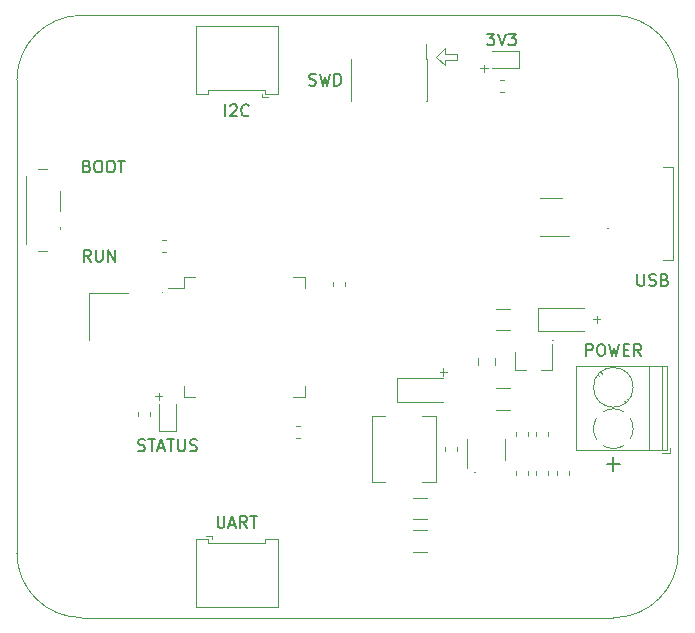
<source format=gbr>
%TF.GenerationSoftware,KiCad,Pcbnew,5.1.10-88a1d61d58~90~ubuntu21.04.1*%
%TF.CreationDate,2021-07-25T10:33:28+05:30*%
%TF.ProjectId,_autosave-STM tinker,5f617574-6f73-4617-9665-2d53544d2074,rev?*%
%TF.SameCoordinates,Original*%
%TF.FileFunction,Legend,Top*%
%TF.FilePolarity,Positive*%
%FSLAX46Y46*%
G04 Gerber Fmt 4.6, Leading zero omitted, Abs format (unit mm)*
G04 Created by KiCad (PCBNEW 5.1.10-88a1d61d58~90~ubuntu21.04.1) date 2021-07-25 10:33:28*
%MOMM*%
%LPD*%
G01*
G04 APERTURE LIST*
%ADD10C,0.150000*%
%ADD11C,0.100000*%
%ADD12C,0.120000*%
%TA.AperFunction,Profile*%
%ADD13C,0.050000*%
%TD*%
G04 APERTURE END LIST*
D10*
X37011904Y-56352380D02*
X36678571Y-55876190D01*
X36440476Y-56352380D02*
X36440476Y-55352380D01*
X36821428Y-55352380D01*
X36916666Y-55400000D01*
X36964285Y-55447619D01*
X37011904Y-55542857D01*
X37011904Y-55685714D01*
X36964285Y-55780952D01*
X36916666Y-55828571D01*
X36821428Y-55876190D01*
X36440476Y-55876190D01*
X37440476Y-55352380D02*
X37440476Y-56161904D01*
X37488095Y-56257142D01*
X37535714Y-56304761D01*
X37630952Y-56352380D01*
X37821428Y-56352380D01*
X37916666Y-56304761D01*
X37964285Y-56257142D01*
X38011904Y-56161904D01*
X38011904Y-55352380D01*
X38488095Y-56352380D02*
X38488095Y-55352380D01*
X39059523Y-56352380D01*
X39059523Y-55352380D01*
D11*
X69995238Y-40007142D02*
X70604761Y-40007142D01*
X70300000Y-40311904D02*
X70300000Y-39702380D01*
X42445238Y-67757142D02*
X43054761Y-67757142D01*
X42750000Y-68061904D02*
X42750000Y-67452380D01*
D10*
X80678571Y-73507142D02*
X81821428Y-73507142D01*
X81250000Y-74078571D02*
X81250000Y-72935714D01*
D11*
X66545238Y-65707142D02*
X67154761Y-65707142D01*
X66850000Y-66011904D02*
X66850000Y-65402380D01*
X79545238Y-61257142D02*
X80154761Y-61257142D01*
X79850000Y-61561904D02*
X79850000Y-60952380D01*
D12*
X67000000Y-39750000D02*
X66250000Y-39000000D01*
X67000000Y-39250000D02*
X67000000Y-39750000D01*
X68000000Y-39250000D02*
X67000000Y-39250000D01*
X68000000Y-38750000D02*
X68000000Y-39250000D01*
X67000000Y-38750000D02*
X68000000Y-38750000D01*
X67000000Y-38250000D02*
X67000000Y-38750000D01*
X66250000Y-39000000D02*
X67000000Y-38250000D01*
X78010355Y-53500000D02*
G75*
G03*
X78010355Y-53500000I-35355J0D01*
G01*
X76155902Y-63025000D02*
G75*
G03*
X76155902Y-63025000I-55902J0D01*
G01*
X69580902Y-74175000D02*
G75*
G03*
X69580902Y-74175000I-55902J0D01*
G01*
X43080902Y-59000000D02*
G75*
G03*
X43080902Y-59000000I-55902J0D01*
G01*
D10*
X41023809Y-72354761D02*
X41166666Y-72402380D01*
X41404761Y-72402380D01*
X41500000Y-72354761D01*
X41547619Y-72307142D01*
X41595238Y-72211904D01*
X41595238Y-72116666D01*
X41547619Y-72021428D01*
X41500000Y-71973809D01*
X41404761Y-71926190D01*
X41214285Y-71878571D01*
X41119047Y-71830952D01*
X41071428Y-71783333D01*
X41023809Y-71688095D01*
X41023809Y-71592857D01*
X41071428Y-71497619D01*
X41119047Y-71450000D01*
X41214285Y-71402380D01*
X41452380Y-71402380D01*
X41595238Y-71450000D01*
X41880952Y-71402380D02*
X42452380Y-71402380D01*
X42166666Y-72402380D02*
X42166666Y-71402380D01*
X42738095Y-72116666D02*
X43214285Y-72116666D01*
X42642857Y-72402380D02*
X42976190Y-71402380D01*
X43309523Y-72402380D01*
X43500000Y-71402380D02*
X44071428Y-71402380D01*
X43785714Y-72402380D02*
X43785714Y-71402380D01*
X44404761Y-71402380D02*
X44404761Y-72211904D01*
X44452380Y-72307142D01*
X44500000Y-72354761D01*
X44595238Y-72402380D01*
X44785714Y-72402380D01*
X44880952Y-72354761D01*
X44928571Y-72307142D01*
X44976190Y-72211904D01*
X44976190Y-71402380D01*
X45404761Y-72354761D02*
X45547619Y-72402380D01*
X45785714Y-72402380D01*
X45880952Y-72354761D01*
X45928571Y-72307142D01*
X45976190Y-72211904D01*
X45976190Y-72116666D01*
X45928571Y-72021428D01*
X45880952Y-71973809D01*
X45785714Y-71926190D01*
X45595238Y-71878571D01*
X45500000Y-71830952D01*
X45452380Y-71783333D01*
X45404761Y-71688095D01*
X45404761Y-71592857D01*
X45452380Y-71497619D01*
X45500000Y-71450000D01*
X45595238Y-71402380D01*
X45833333Y-71402380D01*
X45976190Y-71450000D01*
X70561904Y-37052380D02*
X71180952Y-37052380D01*
X70847619Y-37433333D01*
X70990476Y-37433333D01*
X71085714Y-37480952D01*
X71133333Y-37528571D01*
X71180952Y-37623809D01*
X71180952Y-37861904D01*
X71133333Y-37957142D01*
X71085714Y-38004761D01*
X70990476Y-38052380D01*
X70704761Y-38052380D01*
X70609523Y-38004761D01*
X70561904Y-37957142D01*
X71466666Y-37052380D02*
X71800000Y-38052380D01*
X72133333Y-37052380D01*
X72371428Y-37052380D02*
X72990476Y-37052380D01*
X72657142Y-37433333D01*
X72800000Y-37433333D01*
X72895238Y-37480952D01*
X72942857Y-37528571D01*
X72990476Y-37623809D01*
X72990476Y-37861904D01*
X72942857Y-37957142D01*
X72895238Y-38004761D01*
X72800000Y-38052380D01*
X72514285Y-38052380D01*
X72419047Y-38004761D01*
X72371428Y-37957142D01*
X55492857Y-41404761D02*
X55635714Y-41452380D01*
X55873809Y-41452380D01*
X55969047Y-41404761D01*
X56016666Y-41357142D01*
X56064285Y-41261904D01*
X56064285Y-41166666D01*
X56016666Y-41071428D01*
X55969047Y-41023809D01*
X55873809Y-40976190D01*
X55683333Y-40928571D01*
X55588095Y-40880952D01*
X55540476Y-40833333D01*
X55492857Y-40738095D01*
X55492857Y-40642857D01*
X55540476Y-40547619D01*
X55588095Y-40500000D01*
X55683333Y-40452380D01*
X55921428Y-40452380D01*
X56064285Y-40500000D01*
X56397619Y-40452380D02*
X56635714Y-41452380D01*
X56826190Y-40738095D01*
X57016666Y-41452380D01*
X57254761Y-40452380D01*
X57635714Y-41452380D02*
X57635714Y-40452380D01*
X57873809Y-40452380D01*
X58016666Y-40500000D01*
X58111904Y-40595238D01*
X58159523Y-40690476D01*
X58207142Y-40880952D01*
X58207142Y-41023809D01*
X58159523Y-41214285D01*
X58111904Y-41309523D01*
X58016666Y-41404761D01*
X57873809Y-41452380D01*
X57635714Y-41452380D01*
X36692857Y-48278571D02*
X36835714Y-48326190D01*
X36883333Y-48373809D01*
X36930952Y-48469047D01*
X36930952Y-48611904D01*
X36883333Y-48707142D01*
X36835714Y-48754761D01*
X36740476Y-48802380D01*
X36359523Y-48802380D01*
X36359523Y-47802380D01*
X36692857Y-47802380D01*
X36788095Y-47850000D01*
X36835714Y-47897619D01*
X36883333Y-47992857D01*
X36883333Y-48088095D01*
X36835714Y-48183333D01*
X36788095Y-48230952D01*
X36692857Y-48278571D01*
X36359523Y-48278571D01*
X37550000Y-47802380D02*
X37740476Y-47802380D01*
X37835714Y-47850000D01*
X37930952Y-47945238D01*
X37978571Y-48135714D01*
X37978571Y-48469047D01*
X37930952Y-48659523D01*
X37835714Y-48754761D01*
X37740476Y-48802380D01*
X37550000Y-48802380D01*
X37454761Y-48754761D01*
X37359523Y-48659523D01*
X37311904Y-48469047D01*
X37311904Y-48135714D01*
X37359523Y-47945238D01*
X37454761Y-47850000D01*
X37550000Y-47802380D01*
X38597619Y-47802380D02*
X38788095Y-47802380D01*
X38883333Y-47850000D01*
X38978571Y-47945238D01*
X39026190Y-48135714D01*
X39026190Y-48469047D01*
X38978571Y-48659523D01*
X38883333Y-48754761D01*
X38788095Y-48802380D01*
X38597619Y-48802380D01*
X38502380Y-48754761D01*
X38407142Y-48659523D01*
X38359523Y-48469047D01*
X38359523Y-48135714D01*
X38407142Y-47945238D01*
X38502380Y-47850000D01*
X38597619Y-47802380D01*
X39311904Y-47802380D02*
X39883333Y-47802380D01*
X39597619Y-48802380D02*
X39597619Y-47802380D01*
X78940476Y-64352380D02*
X78940476Y-63352380D01*
X79321428Y-63352380D01*
X79416666Y-63400000D01*
X79464285Y-63447619D01*
X79511904Y-63542857D01*
X79511904Y-63685714D01*
X79464285Y-63780952D01*
X79416666Y-63828571D01*
X79321428Y-63876190D01*
X78940476Y-63876190D01*
X80130952Y-63352380D02*
X80321428Y-63352380D01*
X80416666Y-63400000D01*
X80511904Y-63495238D01*
X80559523Y-63685714D01*
X80559523Y-64019047D01*
X80511904Y-64209523D01*
X80416666Y-64304761D01*
X80321428Y-64352380D01*
X80130952Y-64352380D01*
X80035714Y-64304761D01*
X79940476Y-64209523D01*
X79892857Y-64019047D01*
X79892857Y-63685714D01*
X79940476Y-63495238D01*
X80035714Y-63400000D01*
X80130952Y-63352380D01*
X80892857Y-63352380D02*
X81130952Y-64352380D01*
X81321428Y-63638095D01*
X81511904Y-64352380D01*
X81750000Y-63352380D01*
X82130952Y-63828571D02*
X82464285Y-63828571D01*
X82607142Y-64352380D02*
X82130952Y-64352380D01*
X82130952Y-63352380D01*
X82607142Y-63352380D01*
X83607142Y-64352380D02*
X83273809Y-63876190D01*
X83035714Y-64352380D02*
X83035714Y-63352380D01*
X83416666Y-63352380D01*
X83511904Y-63400000D01*
X83559523Y-63447619D01*
X83607142Y-63542857D01*
X83607142Y-63685714D01*
X83559523Y-63780952D01*
X83511904Y-63828571D01*
X83416666Y-63876190D01*
X83035714Y-63876190D01*
X83288095Y-57402380D02*
X83288095Y-58211904D01*
X83335714Y-58307142D01*
X83383333Y-58354761D01*
X83478571Y-58402380D01*
X83669047Y-58402380D01*
X83764285Y-58354761D01*
X83811904Y-58307142D01*
X83859523Y-58211904D01*
X83859523Y-57402380D01*
X84288095Y-58354761D02*
X84430952Y-58402380D01*
X84669047Y-58402380D01*
X84764285Y-58354761D01*
X84811904Y-58307142D01*
X84859523Y-58211904D01*
X84859523Y-58116666D01*
X84811904Y-58021428D01*
X84764285Y-57973809D01*
X84669047Y-57926190D01*
X84478571Y-57878571D01*
X84383333Y-57830952D01*
X84335714Y-57783333D01*
X84288095Y-57688095D01*
X84288095Y-57592857D01*
X84335714Y-57497619D01*
X84383333Y-57450000D01*
X84478571Y-57402380D01*
X84716666Y-57402380D01*
X84859523Y-57450000D01*
X85621428Y-57878571D02*
X85764285Y-57926190D01*
X85811904Y-57973809D01*
X85859523Y-58069047D01*
X85859523Y-58211904D01*
X85811904Y-58307142D01*
X85764285Y-58354761D01*
X85669047Y-58402380D01*
X85288095Y-58402380D01*
X85288095Y-57402380D01*
X85621428Y-57402380D01*
X85716666Y-57450000D01*
X85764285Y-57497619D01*
X85811904Y-57592857D01*
X85811904Y-57688095D01*
X85764285Y-57783333D01*
X85716666Y-57830952D01*
X85621428Y-57878571D01*
X85288095Y-57878571D01*
X47754761Y-77902380D02*
X47754761Y-78711904D01*
X47802380Y-78807142D01*
X47850000Y-78854761D01*
X47945238Y-78902380D01*
X48135714Y-78902380D01*
X48230952Y-78854761D01*
X48278571Y-78807142D01*
X48326190Y-78711904D01*
X48326190Y-77902380D01*
X48754761Y-78616666D02*
X49230952Y-78616666D01*
X48659523Y-78902380D02*
X48992857Y-77902380D01*
X49326190Y-78902380D01*
X50230952Y-78902380D02*
X49897619Y-78426190D01*
X49659523Y-78902380D02*
X49659523Y-77902380D01*
X50040476Y-77902380D01*
X50135714Y-77950000D01*
X50183333Y-77997619D01*
X50230952Y-78092857D01*
X50230952Y-78235714D01*
X50183333Y-78330952D01*
X50135714Y-78378571D01*
X50040476Y-78426190D01*
X49659523Y-78426190D01*
X50516666Y-77902380D02*
X51088095Y-77902380D01*
X50802380Y-78902380D02*
X50802380Y-77902380D01*
X48373809Y-44052380D02*
X48373809Y-43052380D01*
X48802380Y-43147619D02*
X48850000Y-43100000D01*
X48945238Y-43052380D01*
X49183333Y-43052380D01*
X49278571Y-43100000D01*
X49326190Y-43147619D01*
X49373809Y-43242857D01*
X49373809Y-43338095D01*
X49326190Y-43480952D01*
X48754761Y-44052380D01*
X49373809Y-44052380D01*
X50373809Y-43957142D02*
X50326190Y-44004761D01*
X50183333Y-44052380D01*
X50088095Y-44052380D01*
X49945238Y-44004761D01*
X49850000Y-43909523D01*
X49802380Y-43814285D01*
X49754761Y-43623809D01*
X49754761Y-43480952D01*
X49802380Y-43290476D01*
X49850000Y-43195238D01*
X49945238Y-43100000D01*
X50088095Y-43052380D01*
X50183333Y-43052380D01*
X50326190Y-43100000D01*
X50373809Y-43147619D01*
D13*
X30750000Y-41000000D02*
G75*
G02*
X36250000Y-35500000I5500000J0D01*
G01*
X36250000Y-86500000D02*
G75*
G02*
X30750000Y-81000000I0J5500000D01*
G01*
X86750000Y-81000000D02*
G75*
G02*
X81250000Y-86500000I-5500000J0D01*
G01*
X81250000Y-35500000D02*
G75*
G02*
X86750000Y-41000000I0J-5500000D01*
G01*
X30750000Y-81000000D02*
X30750000Y-41000000D01*
X81250000Y-86500000D02*
X36250000Y-86500000D01*
X86750000Y-41000000D02*
X86750000Y-81000000D01*
X36250000Y-35500000D02*
X81250000Y-35500000D01*
D12*
%TO.C,SW1*%
X34370000Y-53400000D02*
X34370000Y-53600000D01*
X31520000Y-49150000D02*
X31520000Y-54850000D01*
X34370000Y-50400000D02*
X34370000Y-52100000D01*
X33320000Y-48550000D02*
X32530000Y-48550000D01*
X32530000Y-55450000D02*
X33320000Y-55450000D01*
%TO.C,J2*%
X59080000Y-42765000D02*
X59015000Y-42765000D01*
X59080000Y-39235000D02*
X59015000Y-39235000D01*
X65485000Y-42765000D02*
X65420000Y-42765000D01*
X65485000Y-39235000D02*
X65420000Y-39235000D01*
X65420000Y-37910000D02*
X65420000Y-39235000D01*
X59015000Y-39235000D02*
X59015000Y-42765000D01*
X65485000Y-39235000D02*
X65485000Y-42765000D01*
%TO.C,C1*%
X71297936Y-67090000D02*
X72502064Y-67090000D01*
X71297936Y-68910000D02*
X72502064Y-68910000D01*
%TO.C,C2*%
X64297936Y-76340000D02*
X65502064Y-76340000D01*
X64297936Y-78160000D02*
X65502064Y-78160000D01*
%TO.C,C3*%
X64297936Y-80910000D02*
X65502064Y-80910000D01*
X64297936Y-79090000D02*
X65502064Y-79090000D01*
%TO.C,C4*%
X68010000Y-72087221D02*
X68010000Y-72412779D01*
X66990000Y-72087221D02*
X66990000Y-72412779D01*
%TO.C,C5*%
X43375279Y-54490000D02*
X43049721Y-54490000D01*
X43375279Y-55510000D02*
X43049721Y-55510000D01*
%TO.C,C13*%
X54374721Y-70240000D02*
X54700279Y-70240000D01*
X54374721Y-71260000D02*
X54700279Y-71260000D01*
%TO.C,C14*%
X58547500Y-58412779D02*
X58547500Y-58087221D01*
X57527500Y-58412779D02*
X57527500Y-58087221D01*
%TO.C,D1*%
X74900000Y-60250000D02*
X78800000Y-60250000D01*
X74900000Y-62250000D02*
X78800000Y-62250000D01*
X74900000Y-60250000D02*
X74900000Y-62250000D01*
%TO.C,D2*%
X62900000Y-66250000D02*
X62900000Y-68250000D01*
X62900000Y-68250000D02*
X66800000Y-68250000D01*
X62900000Y-66250000D02*
X66800000Y-66250000D01*
%TO.C,D3*%
X73272500Y-38515000D02*
X70987500Y-38515000D01*
X73272500Y-39985000D02*
X73272500Y-38515000D01*
X70987500Y-39985000D02*
X73272500Y-39985000D01*
%TO.C,D4*%
X42765000Y-68450000D02*
X42765000Y-70735000D01*
X42765000Y-70735000D02*
X44235000Y-70735000D01*
X44235000Y-70735000D02*
X44235000Y-68450000D01*
%TO.C,F1*%
X71297936Y-60340000D02*
X72502064Y-60340000D01*
X71297936Y-62160000D02*
X72502064Y-62160000D01*
%TO.C,FB1*%
X69790000Y-65071078D02*
X69790000Y-64553922D01*
X71210000Y-65071078D02*
X71210000Y-64553922D01*
%TO.C,J1*%
X82930000Y-67000000D02*
G75*
G03*
X82930000Y-67000000I-1680000J0D01*
G01*
X85350000Y-72310000D02*
X85350000Y-65190000D01*
X84250000Y-72310000D02*
X84250000Y-65190000D01*
X78090000Y-72310000D02*
X78090000Y-65190000D01*
X85810000Y-72310000D02*
X85810000Y-65190000D01*
X78090000Y-72310000D02*
X85810000Y-72310000D01*
X78090000Y-65190000D02*
X85810000Y-65190000D01*
X80181000Y-65725000D02*
X80309000Y-65854000D01*
X82431000Y-67975000D02*
X82524000Y-68069000D01*
X79975000Y-65930000D02*
X80069000Y-66024000D01*
X82191000Y-68145000D02*
X82319000Y-68274000D01*
X85410000Y-72550000D02*
X86050000Y-72550000D01*
X86050000Y-72550000D02*
X86050000Y-72150000D01*
X82674721Y-69609736D02*
G75*
G02*
X82930000Y-70500000I-1424721J-890264D01*
G01*
X80359807Y-69074495D02*
G75*
G02*
X82141000Y-69075000I890193J-1425505D01*
G01*
X79824642Y-71389894D02*
G75*
G02*
X79810000Y-69634000I1425358J889894D01*
G01*
X82139894Y-71925358D02*
G75*
G02*
X80384000Y-71940000I-889894J1425358D01*
G01*
X82930099Y-70471326D02*
G75*
G02*
X82690000Y-71366000I-1680099J-28674D01*
G01*
%TO.C,J3*%
X45890000Y-36440000D02*
X49375000Y-36440000D01*
X45890000Y-42160000D02*
X45890000Y-36440000D01*
X46960000Y-42160000D02*
X45890000Y-42160000D01*
X46960000Y-41860000D02*
X46960000Y-42160000D01*
X49375000Y-41860000D02*
X46960000Y-41860000D01*
X52860000Y-36440000D02*
X49375000Y-36440000D01*
X52860000Y-42160000D02*
X52860000Y-36440000D01*
X51790000Y-42160000D02*
X52860000Y-42160000D01*
X51790000Y-41860000D02*
X51790000Y-42160000D01*
X49375000Y-41860000D02*
X51790000Y-41860000D01*
X51500000Y-42450000D02*
X52000000Y-42450000D01*
X51500000Y-42150000D02*
X51500000Y-42450000D01*
%TO.C,J4*%
X47250000Y-79850000D02*
X47250000Y-79550000D01*
X47250000Y-79550000D02*
X46750000Y-79550000D01*
X49375000Y-80140000D02*
X46960000Y-80140000D01*
X46960000Y-80140000D02*
X46960000Y-79840000D01*
X46960000Y-79840000D02*
X45890000Y-79840000D01*
X45890000Y-79840000D02*
X45890000Y-85560000D01*
X45890000Y-85560000D02*
X49375000Y-85560000D01*
X49375000Y-80140000D02*
X51790000Y-80140000D01*
X51790000Y-80140000D02*
X51790000Y-79840000D01*
X51790000Y-79840000D02*
X52860000Y-79840000D01*
X52860000Y-79840000D02*
X52860000Y-85560000D01*
X52860000Y-85560000D02*
X49375000Y-85560000D01*
D11*
%TO.C,J5*%
X85475000Y-48320000D02*
X86300000Y-48320000D01*
X86300000Y-56180000D02*
X86300000Y-48320000D01*
X86300000Y-56180000D02*
X85475000Y-56180000D01*
D10*
X80805902Y-53550000D02*
G75*
G03*
X80805902Y-53550000I-55902J0D01*
G01*
D12*
%TO.C,L1*%
X66200000Y-69450000D02*
X66200000Y-75050000D01*
X60800000Y-69450000D02*
X60800000Y-75050000D01*
X66200000Y-69450000D02*
X65050000Y-69450000D01*
X60800000Y-69450000D02*
X61950000Y-69450000D01*
X66200000Y-75050000D02*
X65050000Y-75050000D01*
X60800000Y-75050000D02*
X61950000Y-75050000D01*
%TO.C,Q1*%
X72920000Y-65510000D02*
X73850000Y-65510000D01*
X76080000Y-65510000D02*
X75150000Y-65510000D01*
X76080000Y-65510000D02*
X76080000Y-63350000D01*
X72920000Y-65510000D02*
X72920000Y-64050000D01*
%TO.C,R1*%
X72990000Y-70799721D02*
X72990000Y-71125279D01*
X74010000Y-70799721D02*
X74010000Y-71125279D01*
%TO.C,R2*%
X74740000Y-71125279D02*
X74740000Y-70799721D01*
X75760000Y-71125279D02*
X75760000Y-70799721D01*
%TO.C,R3*%
X72990000Y-74450279D02*
X72990000Y-74124721D01*
X74010000Y-74450279D02*
X74010000Y-74124721D01*
%TO.C,R4*%
X75760000Y-74124721D02*
X75760000Y-74450279D01*
X74740000Y-74124721D02*
X74740000Y-74450279D01*
%TO.C,R5*%
X77510000Y-74437779D02*
X77510000Y-74112221D01*
X76490000Y-74437779D02*
X76490000Y-74112221D01*
%TO.C,R6*%
X71649721Y-41960000D02*
X71975279Y-41960000D01*
X71649721Y-40940000D02*
X71975279Y-40940000D01*
%TO.C,R9*%
X42010000Y-69087221D02*
X42010000Y-69412779D01*
X40990000Y-69087221D02*
X40990000Y-69412779D01*
%TO.C,U1*%
X72110000Y-73150000D02*
X72110000Y-71350000D01*
X68890000Y-71350000D02*
X68890000Y-73800000D01*
%TO.C,U2*%
X54160000Y-67860000D02*
X55110000Y-67860000D01*
X55110000Y-67860000D02*
X55110000Y-66910000D01*
X45840000Y-67860000D02*
X44890000Y-67860000D01*
X44890000Y-67860000D02*
X44890000Y-66910000D01*
X54160000Y-57640000D02*
X55110000Y-57640000D01*
X55110000Y-57640000D02*
X55110000Y-58590000D01*
X45840000Y-57640000D02*
X44890000Y-57640000D01*
X44890000Y-57640000D02*
X44890000Y-58590000D01*
X44890000Y-58590000D02*
X43550000Y-58590000D01*
%TO.C,U3*%
X75075000Y-54185000D02*
X77525000Y-54185000D01*
X76875000Y-50965000D02*
X75075000Y-50965000D01*
%TO.C,Y1*%
X40150000Y-59000000D02*
X36850000Y-59000000D01*
X36850000Y-59000000D02*
X36850000Y-63000000D01*
%TD*%
M02*

</source>
